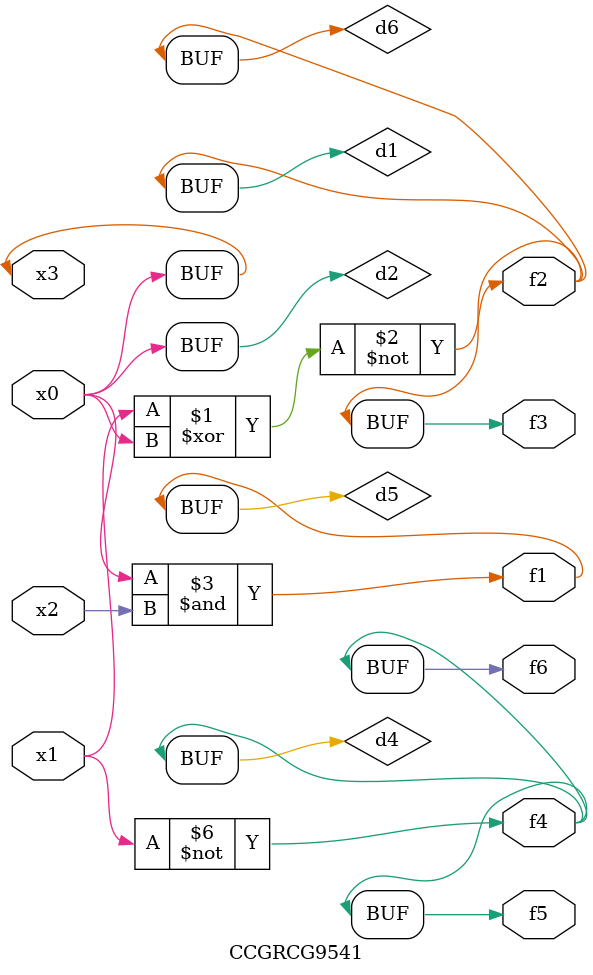
<source format=v>
module CCGRCG9541(
	input x0, x1, x2, x3,
	output f1, f2, f3, f4, f5, f6
);

	wire d1, d2, d3, d4, d5, d6;

	xnor (d1, x1, x3);
	buf (d2, x0, x3);
	nand (d3, x0, x2);
	not (d4, x1);
	nand (d5, d3);
	or (d6, d1);
	assign f1 = d5;
	assign f2 = d6;
	assign f3 = d6;
	assign f4 = d4;
	assign f5 = d4;
	assign f6 = d4;
endmodule

</source>
